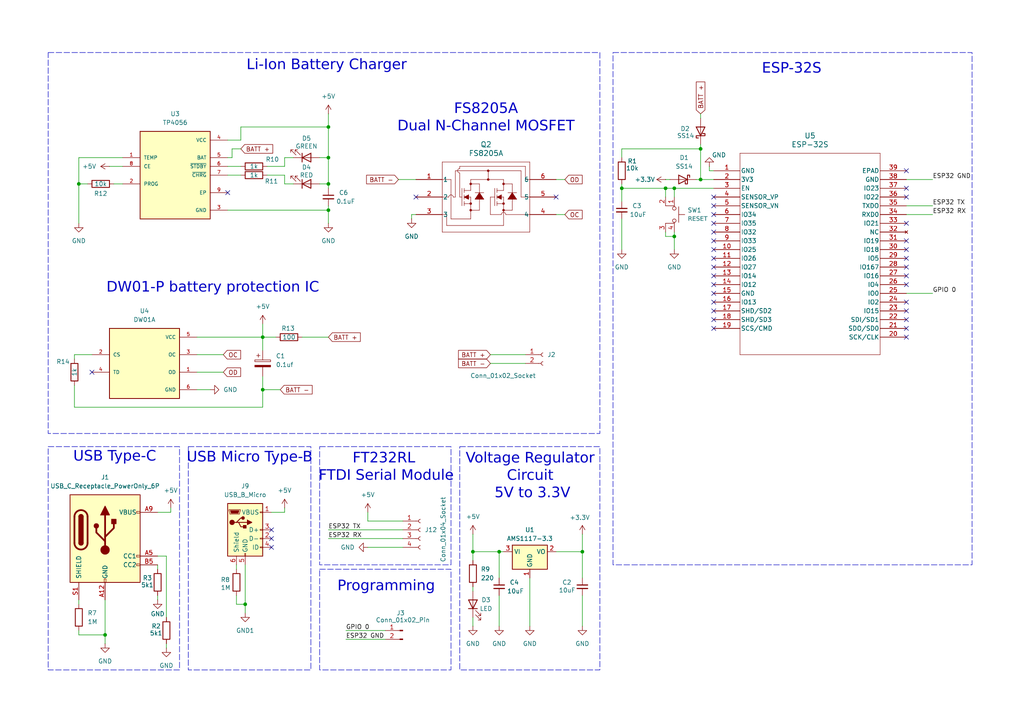
<source format=kicad_sch>
(kicad_sch (version 20231120) (generator "eeschema") (generator_version "8.0")
  (paper "A4")
  (lib_symbols
    (symbol "Connector:Conn_01x02_Pin" (pin_names (offset 1.016) hide)
      (property "Reference" "J" (at 0 2.54 0))
      (property "Value" "Conn_01x02_Pin" (at 0 -5.08 0))
      (symbol "Conn_01x02_Pin_1_1"
        (polyline (pts (xy 1.27 -2.54) (xy 0.8636 -2.54)) (stroke (width 0.1524)))
        (polyline (pts (xy 1.27 0) (xy 0.8636 0)) (stroke (width 0.1524)))
        (rectangle (start 0.8636 -2.413) (end 0 -2.667) (stroke (width 0.1524)) (fill (type outline)))
        (rectangle (start 0.8636 0.127) (end 0 -0.127) (stroke (width 0.1524)) (fill (type outline)))
        (pin passive line (at 5.08 0 180) (length 3.81) (name "Pin_1") (number "1"))
        (pin passive line (at 5.08 -2.54 180) (length 3.81) (name "Pin_2") (number "2"))
      )
    )
    (symbol "Connector:Conn_01x02_Socket" (pin_names (offset 1.016) hide)
      (property "Reference" "J" (at 0 2.54 0))
      (property "Value" "Conn_01x02_Socket" (at 0 -5.08 0))
      (symbol "Conn_01x02_Socket_1_1"
        (arc (start 0 -2.032) (mid -0.5058 -2.54) (end 0 -3.048) (stroke (width 0.1524)))
        (polyline (pts (xy -1.27 -2.54) (xy -0.508 -2.54)) (stroke (width 0.1524)))
        (polyline (pts (xy -1.27 0) (xy -0.508 0)) (stroke (width 0.1524)))
        (arc (start 0 0.508) (mid -0.5058 0) (end 0 -0.508) (stroke (width 0.1524)))
        (pin passive line (at -5.08 0 0) (length 3.81) (name "Pin_1") (number "1"))
        (pin passive line (at -5.08 -2.54 0) (length 3.81) (name "Pin_2") (number "2"))
      )
    )
    (symbol "Connector:Conn_01x04_Socket" (pin_names (offset 1.016) hide)
      (property "Reference" "J" (at 0 5.08 0))
      (property "Value" "Conn_01x04_Socket" (at 0 -7.62 0))
      (symbol "Conn_01x04_Socket_1_1"
        (arc (start 0 -4.572) (mid -0.5058 -5.08) (end 0 -5.588) (stroke (width 0.1524)))
        (arc (start 0 -2.032) (mid -0.5058 -2.54) (end 0 -3.048) (stroke (width 0.1524)))
        (polyline (pts (xy -1.27 -5.08) (xy -0.508 -5.08)) (stroke (width 0.1524)))
        (polyline (pts (xy -1.27 -2.54) (xy -0.508 -2.54)) (stroke (width 0.1524)))
        (polyline (pts (xy -1.27 0) (xy -0.508 0)) (stroke (width 0.1524)))
        (polyline (pts (xy -1.27 2.54) (xy -0.508 2.54)) (stroke (width 0.1524)))
        (arc (start 0 0.508) (mid -0.5058 0) (end 0 -0.508) (stroke (width 0.1524)))
        (arc (start 0 3.048) (mid -0.5058 2.54) (end 0 2.032) (stroke (width 0.1524)))
        (pin passive line (at -5.08 2.54 0) (length 3.81) (name "Pin_1") (number "1"))
        (pin passive line (at -5.08 0 0) (length 3.81) (name "Pin_2") (number "2"))
        (pin passive line (at -5.08 -2.54 0) (length 3.81) (name "Pin_3") (number "3"))
        (pin passive line (at -5.08 -5.08 0) (length 3.81) (name "Pin_4") (number "4"))
      )
    )
    (symbol "Connector:USB_B_Micro" (pin_names (offset 1.016))
      (property "Reference" "J" (at -5.08 11.43 0))
      (property "Value" "USB_B_Micro" (at -5.08 8.89 0))
      (symbol "USB_B_Micro_0_1"
        (rectangle (start -5.08 -7.62) (end 5.08 7.62) (stroke (width 0.254)) (fill (type background)))
        (circle (center -3.81 2.159) (radius 0.635) (stroke (width 0.254)) (fill (type outline)))
        (circle (center -0.635 3.429) (radius 0.381) (stroke (width 0.254)) (fill (type outline)))
        (rectangle (start -0.127 -7.62) (end 0.127 -6.858))
        (polyline (pts (xy -1.905 2.159) (xy 0.635 2.159)) (stroke (width 0.254)))
        (polyline (pts (xy -3.175 2.159) (xy -2.54 2.159) (xy -1.27 3.429) (xy -0.635 3.429)) (stroke (width 0.254)))
        (polyline (pts (xy -2.54 2.159) (xy -1.905 2.159) (xy -1.27 0.889) (xy 0 0.889)) (stroke (width 0.254)))
        (polyline (pts (xy 0.635 2.794) (xy 0.635 1.524) (xy 1.905 2.159) (xy 0.635 2.794)) (stroke (width 0.254)) (fill (type outline)))
        (polyline (pts (xy -4.318 5.588) (xy -1.778 5.588) (xy -2.032 4.826) (xy -4.064 4.826) (xy -4.318 5.588)) (fill (type outline)))
        (polyline (pts (xy -4.699 5.842) (xy -4.699 5.588) (xy -4.445 4.826) (xy -4.445 4.572) (xy -1.651 4.572) (xy -1.651 4.826) (xy -1.397 5.588) (xy -1.397 5.842) (xy -4.699 5.842)))
        (rectangle (start 0.254 1.27) (end -0.508 0.508) (stroke (width 0.254)) (fill (type outline)))
        (rectangle (start 5.08 -5.207) (end 4.318 -4.953))
        (rectangle (start 5.08 -2.667) (end 4.318 -2.413))
        (rectangle (start 5.08 -0.127) (end 4.318 0.127))
        (rectangle (start 5.08 4.953) (end 4.318 5.207))
      )
      (symbol "USB_B_Micro_1_1"
        (pin power_out line (at 7.62 5.08 180) (length 2.54) (name "VBUS") (number "1"))
        (pin bidirectional line (at 7.62 -2.54 180) (length 2.54) (name "D-") (number "2"))
        (pin bidirectional line (at 7.62 0 180) (length 2.54) (name "D+") (number "3"))
        (pin passive line (at 7.62 -5.08 180) (length 2.54) (name "ID") (number "4"))
        (pin power_out line (at 0 -10.16 90) (length 2.54) (name "GND") (number "5"))
        (pin passive line (at -2.54 -10.16 90) (length 2.54) (name "Shield") (number "6"))
      )
    )
    (symbol "Connector:USB_C_Receptacle_PowerOnly_6P" (pin_names (offset 1.016))
      (property "Reference" "J" (at 0 16.51 0))
      (property "Value" "USB_C_Receptacle_PowerOnly_6P" (at 0 13.97 0))
      (symbol "USB_C_Receptacle_PowerOnly_6P_0_0"
        (rectangle (start -0.254 -12.7) (end 0.254 -11.684))
        (rectangle (start 10.16 -7.366) (end 9.144 -7.874))
        (rectangle (start 10.16 -4.826) (end 9.144 -5.334))
        (rectangle (start 10.16 7.874) (end 9.144 7.366))
      )
      (symbol "USB_C_Receptacle_PowerOnly_6P_0_1"
        (rectangle (start -10.16 12.7) (end 10.16 -12.7) (stroke (width 0.254)) (fill (type background)))
        (arc (start -8.89 -1.27) (mid -6.985 -3.1667) (end -5.08 -1.27) (stroke (width 0.508)))
        (arc (start -7.62 -1.27) (mid -6.985 -1.9023) (end -6.35 -1.27) (stroke (width 0.254)))
        (arc (start -7.62 -1.27) (mid -6.985 -1.9023) (end -6.35 -1.27) (stroke (width 0.254)) (fill (type outline)))
        (rectangle (start -7.62 -1.27) (end -6.35 6.35) (stroke (width 0.254)) (fill (type outline)))
        (arc (start -6.35 6.35) (mid -6.985 6.9823) (end -7.62 6.35) (stroke (width 0.254)))
        (arc (start -6.35 6.35) (mid -6.985 6.9823) (end -7.62 6.35) (stroke (width 0.254)) (fill (type outline)))
        (arc (start -5.08 6.35) (mid -6.985 8.2467) (end -8.89 6.35) (stroke (width 0.508)))
        (circle (center -2.54 3.683) (radius 0.635) (stroke (width 0.254)) (fill (type outline)))
        (circle (center 0 -3.302) (radius 1.27) (fill (type outline)))
        (polyline (pts (xy -8.89 -1.27) (xy -8.89 6.35)) (stroke (width 0.508)))
        (polyline (pts (xy -5.08 6.35) (xy -5.08 -1.27)) (stroke (width 0.508)))
        (polyline (pts (xy 0 -3.302) (xy 0 6.858)) (stroke (width 0.508)))
        (polyline (pts (xy 0 -0.762) (xy -2.54 1.778) (xy -2.54 3.048)) (stroke (width 0.508)))
        (polyline (pts (xy 0 0.508) (xy 2.54 3.048) (xy 2.54 4.318)) (stroke (width 0.508)))
        (polyline (pts (xy -1.27 6.858) (xy 0 9.398) (xy 1.27 6.858) (xy -1.27 6.858)) (stroke (width 0.254)) (fill (type outline)))
        (rectangle (start 1.905 4.318) (end 3.175 5.588) (stroke (width 0.254)) (fill (type outline)))
      )
      (symbol "USB_C_Receptacle_PowerOnly_6P_1_1"
        (pin passive line (at 0 -17.78 90) (length 5.08) (name "GND") (number "A12"))
        (pin bidirectional line (at 15.24 -5.08 180) (length 5.08) (name "CC1") (number "A5"))
        (pin passive line (at 15.24 7.62 180) (length 5.08) (name "VBUS") (number "A9"))
        (pin passive line (at 0 -17.78 90) (length 5.08) hide (name "GND") (number "B12"))
        (pin bidirectional line (at 15.24 -7.62 180) (length 5.08) (name "CC2") (number "B5"))
        (pin passive line (at 15.24 7.62 180) (length 5.08) hide (name "VBUS") (number "B9"))
        (pin passive line (at -7.62 -17.78 90) (length 5.08) (name "SHIELD") (number "S1"))
      )
    )
    (symbol "DW01A:DW01A" (pin_names (offset 1.016))
      (property "Reference" "U" (at -10.16 11.43 0))
      (property "Value" "DW01A" (at -10.16 -12.7 0))
      (symbol "DW01A_0_0"
        (rectangle (start -10.16 -10.16) (end 10.16 10.16) (stroke (width 0.254)) (fill (type background)))
        (pin output line (at 15.24 -2.54 180) (length 5.08) (name "OD") (number "1"))
        (pin input line (at -15.24 2.54 0) (length 5.08) (name "CS") (number "2"))
        (pin output line (at 15.24 2.54 180) (length 5.08) (name "OC") (number "3"))
        (pin passive line (at -15.24 -2.54 0) (length 5.08) (name "TD") (number "4"))
        (pin power_in line (at 15.24 7.62 180) (length 5.08) (name "VCC") (number "5"))
        (pin power_in line (at 15.24 -7.62 180) (length 5.08) (name "GND") (number "6"))
      )
    )
    (symbol "Device:C_Polarized" (pin_numbers hide) (pin_names (offset 0.254))
      (property "Reference" "C" (at 0.635 2.54 0))
      (property "Value" "C_Polarized" (at 0.635 -2.54 0))
      (symbol "C_Polarized_0_1"
        (rectangle (start -2.286 0.508) (end 2.286 1.016))
        (polyline (pts (xy -1.778 2.286) (xy -0.762 2.286)))
        (polyline (pts (xy -1.27 2.794) (xy -1.27 1.778)))
        (rectangle (start 2.286 -0.508) (end -2.286 -1.016) (fill (type outline)))
      )
      (symbol "C_Polarized_1_1"
        (pin passive line (at 0 3.81 270) (length 2.794) (name "~") (number "1"))
        (pin passive line (at 0 -3.81 90) (length 2.794) (name "~") (number "2"))
      )
    )
    (symbol "Device:C_Small" (pin_numbers hide) (pin_names (offset 0.254) hide)
      (property "Reference" "C" (at 0.254 1.778 0))
      (property "Value" "C_Small" (at 0.254 -2.032 0))
      (symbol "C_Small_0_1"
        (polyline (pts (xy -1.524 -0.508) (xy 1.524 -0.508)) (stroke (width 0.3302)))
        (polyline (pts (xy -1.524 0.508) (xy 1.524 0.508)) (stroke (width 0.3048)))
      )
      (symbol "C_Small_1_1"
        (pin passive line (at 0 2.54 270) (length 2.032) (name "~") (number "1"))
        (pin passive line (at 0 -2.54 90) (length 2.032) (name "~") (number "2"))
      )
    )
    (symbol "Device:LED" (pin_numbers hide) (pin_names (offset 1.016) hide)
      (property "Reference" "D" (at 0 2.54 0))
      (property "Value" "LED" (at 0 -2.54 0))
      (symbol "LED_0_1"
        (polyline (pts (xy -1.27 -1.27) (xy -1.27 1.27)) (stroke (width 0.254)))
        (polyline (pts (xy -1.27 0) (xy 1.27 0)))
        (polyline (pts (xy 1.27 -1.27) (xy 1.27 1.27) (xy -1.27 0) (xy 1.27 -1.27)) (stroke (width 0.254)))
        (polyline (pts (xy -3.048 -0.762) (xy -4.572 -2.286) (xy -3.81 -2.286) (xy -4.572 -2.286) (xy -4.572 -1.524)))
        (polyline (pts (xy -1.778 -0.762) (xy -3.302 -2.286) (xy -2.54 -2.286) (xy -3.302 -2.286) (xy -3.302 -1.524)))
      )
      (symbol "LED_1_1"
        (pin passive line (at -3.81 0 0) (length 2.54) (name "K") (number "1"))
        (pin passive line (at 3.81 0 180) (length 2.54) (name "A") (number "2"))
      )
    )
    (symbol "Device:R" (pin_numbers hide) (pin_names (offset 0))
      (property "Reference" "R" (at 2.032 0 90))
      (property "Value" "R" (at 0 0 90))
      (symbol "R_0_1"
        (rectangle (start -1.016 -2.54) (end 1.016 2.54) (stroke (width 0.254)))
      )
      (symbol "R_1_1"
        (pin passive line (at 0 3.81 270) (length 1.27) (name "~") (number "1"))
        (pin passive line (at 0 -3.81 90) (length 1.27) (name "~") (number "2"))
      )
    )
    (symbol "Diode:SS14" (pin_numbers hide) (pin_names (offset 1.016) hide)
      (property "Reference" "D" (at 0 2.54 0))
      (property "Value" "SS14" (at 0 -2.54 0))
      (symbol "SS14_0_1"
        (polyline (pts (xy 1.27 0) (xy -1.27 0)))
        (polyline (pts (xy 1.27 1.27) (xy 1.27 -1.27) (xy -1.27 0) (xy 1.27 1.27)) (stroke (width 0.254)))
        (polyline (pts (xy -1.905 0.635) (xy -1.905 1.27) (xy -1.27 1.27) (xy -1.27 -1.27) (xy -0.635 -1.27) (xy -0.635 -0.635)) (stroke (width 0.254)))
      )
      (symbol "SS14_1_1"
        (pin passive line (at -3.81 0 0) (length 2.54) (name "K") (number "1"))
        (pin passive line (at 3.81 0 180) (length 2.54) (name "A") (number "2"))
      )
    )
    (symbol "Regulator_Linear:AMS1117-3.3"
      (property "Reference" "U" (at -3.81 3.175 0))
      (property "Value" "AMS1117-3.3" (at 0 3.175 0))
      (symbol "AMS1117-3.3_0_1"
        (rectangle (start -5.08 -5.08) (end 5.08 1.905) (stroke (width 0.254)) (fill (type background)))
      )
      (symbol "AMS1117-3.3_1_1"
        (pin power_in line (at 0 -7.62 90) (length 2.54) (name "GND") (number "1"))
        (pin power_out line (at 7.62 0 180) (length 2.54) (name "VO") (number "2"))
        (pin power_in line (at -7.62 0 0) (length 2.54) (name "VI") (number "3"))
      )
    )
    (symbol "Switch:SW_MEC_5E" (pin_names (offset 1.016) hide)
      (property "Reference" "SW" (at 0.635 5.715 0))
      (property "Value" "SW_MEC_5E" (at 0 -3.175 0))
      (symbol "SW_MEC_5E_0_1"
        (circle (center -1.778 2.54) (radius 0.508))
        (polyline (pts (xy -2.286 3.81) (xy 2.286 3.81)))
        (polyline (pts (xy 0 3.81) (xy 0 5.588)))
        (polyline (pts (xy -2.54 0) (xy -2.54 2.54) (xy -2.286 2.54)))
        (polyline (pts (xy 2.54 0) (xy 2.54 2.54) (xy 2.286 2.54)))
        (circle (center 1.778 2.54) (radius 0.508))
        (pin passive line (at -5.08 2.54 0) (length 2.54) (name "1") (number "1"))
        (pin passive line (at -5.08 0 0) (length 2.54) (name "2") (number "2"))
        (pin passive line (at 5.08 0 180) (length 2.54) (name "K") (number "3"))
        (pin passive line (at 5.08 2.54 180) (length 2.54) (name "A") (number "4"))
      )
    )
    (symbol "TP4056:TP4056" (pin_names (offset 1.016))
      (property "Reference" "U" (at -10.16 13.208 0))
      (property "Value" "TP4056" (at -10.16 -15.24 0))
      (symbol "TP4056_0_0"
        (rectangle (start -10.16 -12.7) (end 10.16 12.7) (stroke (width 0.254)) (fill (type background)))
        (pin input line (at -15.24 5.08 0) (length 5.08) (name "TEMP") (number "1"))
        (pin bidirectional line (at -15.24 -2.54 0) (length 5.08) (name "PROG") (number "2"))
        (pin power_in line (at 15.24 -10.16 180) (length 5.08) (name "GND") (number "3"))
        (pin power_in line (at 15.24 10.16 180) (length 5.08) (name "VCC") (number "4"))
        (pin output line (at 15.24 5.08 180) (length 5.08) (name "BAT") (number "5"))
        (pin output line (at 15.24 2.54 180) (length 5.08) (name "~{STDBY}") (number "6"))
        (pin output line (at 15.24 0 180) (length 5.08) (name "~{CHRG}") (number "7"))
        (pin input line (at -15.24 2.54 0) (length 5.08) (name "CE") (number "8"))
        (pin passive line (at 15.24 -5.08 180) (length 5.08) (name "EP") (number "9"))
      )
    )
    (symbol "power:GND" (power) (pin_numbers hide) (pin_names (offset 0) hide)
      (property "Value" "GND" (at 0 -3.81 0))
      (symbol "GND_0_1"
        (polyline (pts (xy 0 0) (xy 0 -1.27) (xy 1.27 -1.27) (xy 0 -2.54) (xy -1.27 -1.27) (xy 0 -1.27)))
      )
      (symbol "GND_1_1"
        (pin power_in line (at 0 0 270) (length 0) (name "~") (number "1"))
      )
    )
    (symbol "power:GND1" (power) (pin_numbers hide) (pin_names (offset 0) hide)
      (property "Value" "GND1" (at 0 -3.81 0))
      (symbol "GND1_0_1"
        (polyline (pts (xy 0 0) (xy 0 -1.27) (xy 1.27 -1.27) (xy 0 -2.54) (xy -1.27 -1.27) (xy 0 -1.27)))
      )
      (symbol "GND1_1_1"
        (pin power_in line (at 0 0 270) (length 0) (name "~") (number "1"))
      )
    )
    (symbol "power:VCC" (power) (pin_numbers hide) (pin_names (offset 0) hide)
      (property "Value" "VCC" (at 0 3.556 0))
      (symbol "VCC_0_1"
        (polyline (pts (xy -0.762 1.27) (xy 0 2.54)))
        (polyline (pts (xy 0 0) (xy 0 2.54)))
        (polyline (pts (xy 0 2.54) (xy 0.762 1.27)))
      )
      (symbol "VCC_1_1"
        (pin power_in line (at 0 0 90) (length 0) (name "~") (number "1"))
      )
    )
    (symbol "ul_ESP-32S:ESP-32S" (pin_names (offset 0.254))
      (property "Reference" "U" (at 27.94 10.16 0))
      (property "Value" "ESP-32S" (at 27.94 7.62 0))
      (symbol "ESP-32S_0_1"
        (polyline (pts (xy 7.62 -53.34) (xy 48.26 -53.34)) (stroke (width 0.127)))
        (polyline (pts (xy 7.62 5.08) (xy 7.62 -53.34)) (stroke (width 0.127)))
        (polyline (pts (xy 48.26 -53.34) (xy 48.26 5.08)) (stroke (width 0.127)))
        (polyline (pts (xy 48.26 5.08) (xy 7.62 5.08)) (stroke (width 0.127)))
        (pin power_out line (at 0 0 0) (length 7.62) (name "GND") (number "1"))
        (pin bidirectional line (at 0 -22.86 0) (length 7.62) (name "IO25") (number "10"))
        (pin bidirectional line (at 0 -25.4 0) (length 7.62) (name "IO26") (number "11"))
        (pin bidirectional line (at 0 -27.94 0) (length 7.62) (name "IO27") (number "12"))
        (pin bidirectional line (at 0 -30.48 0) (length 7.62) (name "IO14") (number "13"))
        (pin bidirectional line (at 0 -33.02 0) (length 7.62) (name "IO12") (number "14"))
        (pin power_out line (at 0 -35.56 0) (length 7.62) (name "GND") (number "15"))
        (pin bidirectional line (at 0 -38.1 0) (length 7.62) (name "IO13") (number "16"))
        (pin bidirectional line (at 0 -40.64 0) (length 7.62) (name "SHD/SD2") (number "17"))
        (pin bidirectional line (at 0 -43.18 0) (length 7.62) (name "SHD/SD3") (number "18"))
        (pin bidirectional line (at 0 -45.72 0) (length 7.62) (name "SCS/CMD") (number "19"))
        (pin power_in line (at 0 -2.54 0) (length 7.62) (name "3V3") (number "2"))
        (pin bidirectional line (at 55.88 -48.26 180) (length 7.62) (name "SCK/CLK") (number "20"))
        (pin bidirectional line (at 55.88 -45.72 180) (length 7.62) (name "SDO/SD0") (number "21"))
        (pin bidirectional line (at 55.88 -43.18 180) (length 7.62) (name "SDI/SD1") (number "22"))
        (pin bidirectional line (at 55.88 -40.64 180) (length 7.62) (name "IO15") (number "23"))
        (pin bidirectional line (at 55.88 -38.1 180) (length 7.62) (name "IO2") (number "24"))
        (pin bidirectional line (at 55.88 -35.56 180) (length 7.62) (name "IO0") (number "25"))
        (pin bidirectional line (at 55.88 -33.02 180) (length 7.62) (name "IO4") (number "26"))
        (pin bidirectional line (at 55.88 -30.48 180) (length 7.62) (name "IO16") (number "27"))
        (pin bidirectional line (at 55.88 -27.94 180) (length 7.62) (name "IO167") (number "28"))
        (pin bidirectional line (at 55.88 -25.4 180) (length 7.62) (name "IO5") (number "29"))
        (pin input line (at 0 -5.08 0) (length 7.62) (name "EN") (number "3"))
        (pin bidirectional line (at 55.88 -22.86 180) (length 7.62) (name "IO18") (number "30"))
        (pin bidirectional line (at 55.88 -20.32 180) (length 7.62) (name "IO19") (number "31"))
        (pin no_connect line (at 55.88 -17.78 180) (length 7.62) (name "NC") (number "32"))
        (pin bidirectional line (at 55.88 -15.24 180) (length 7.62) (name "IO21") (number "33"))
        (pin bidirectional line (at 55.88 -12.7 180) (length 7.62) (name "RXD0") (number "34"))
        (pin bidirectional line (at 55.88 -10.16 180) (length 7.62) (name "TXDO") (number "35"))
        (pin bidirectional line (at 55.88 -7.62 180) (length 7.62) (name "IO22") (number "36"))
        (pin bidirectional line (at 55.88 -5.08 180) (length 7.62) (name "IO23") (number "37"))
        (pin power_out line (at 55.88 -2.54 180) (length 7.62) (name "GND") (number "38"))
        (pin power_out line (at 55.88 0 180) (length 7.62) (name "EPAD") (number "39"))
        (pin bidirectional line (at 0 -7.62 0) (length 7.62) (name "SENSOR_VP") (number "4"))
        (pin bidirectional line (at 0 -10.16 0) (length 7.62) (name "SENSOR_VN") (number "5"))
        (pin bidirectional line (at 0 -12.7 0) (length 7.62) (name "IO34") (number "6"))
        (pin bidirectional line (at 0 -15.24 0) (length 7.62) (name "IO35") (number "7"))
        (pin bidirectional line (at 0 -17.78 0) (length 7.62) (name "IO32") (number "8"))
        (pin bidirectional line (at 0 -20.32 0) (length 7.62) (name "IO33") (number "9"))
      )
    )
    (symbol "ul_FS8205A:FS8205A" (pin_names (offset 0.254))
      (property "Reference" "Q" (at 20.32 10.16 0))
      (property "Value" "FS8205A" (at 20.32 7.62 0))
      (symbol "FS8205A_0_1"
        (polyline (pts (xy 7.62 -15.24) (xy 33.02 -15.24)) (stroke (width 0.127)))
        (polyline (pts (xy 7.62 -10.16) (xy 8.89 -10.16)) (stroke (width 0.127)))
        (polyline (pts (xy 7.62 -5.08) (xy 9.525 -5.08)) (stroke (width 0.127)))
        (polyline (pts (xy 7.62 0) (xy 10.16 0)) (stroke (width 0.127)))
        (polyline (pts (xy 7.62 5.08) (xy 7.62 -15.24)) (stroke (width 0.127)))
        (polyline (pts (xy 8.89 -13.335) (xy 8.89 -10.16)) (stroke (width 0.127)))
        (polyline (pts (xy 8.89 -13.335) (xy 25.4 -13.335)) (stroke (width 0.127)))
        (polyline (pts (xy 10.16 -11.43) (xy 15.875 -11.43)) (stroke (width 0.127)))
        (polyline (pts (xy 10.16 0) (xy 10.16 -11.43)) (stroke (width 0.127)))
        (polyline (pts (xy 10.795 -5.08) (xy 11.43 -5.08)) (stroke (width 0.127)))
        (polyline (pts (xy 11.43 -5.08) (xy 11.43 2.54)) (stroke (width 0.127)))
        (polyline (pts (xy 11.43 2.54) (xy 30.48 2.54)) (stroke (width 0.127)))
        (polyline (pts (xy 12.7 -5.08) (xy 13.335 -5.08)) (stroke (width 0.127)))
        (polyline (pts (xy 12.7 1.905) (xy 12.7 -5.08)) (stroke (width 0.127)))
        (polyline (pts (xy 12.7 3.81) (xy 12.7 3.175)) (stroke (width 0.127)))
        (polyline (pts (xy 13.335 -2.54) (xy 13.335 -7.62)) (stroke (width 0.127)))
        (polyline (pts (xy 13.97 -6.985) (xy 15.875 -6.985)) (stroke (width 0.127)))
        (polyline (pts (xy 13.97 -6.35) (xy 13.97 -7.62)) (stroke (width 0.127)))
        (polyline (pts (xy 13.97 -5.08) (xy 15.24 -4.445)) (stroke (width 0.127)))
        (polyline (pts (xy 13.97 -5.08) (xy 15.875 -5.08)) (stroke (width 0.127)))
        (polyline (pts (xy 13.97 -4.445) (xy 13.97 -5.715)) (stroke (width 0.127)))
        (polyline (pts (xy 13.97 -3.175) (xy 15.875 -3.175)) (stroke (width 0.127)))
        (polyline (pts (xy 13.97 -2.54) (xy 13.97 -3.81)) (stroke (width 0.127)))
        (polyline (pts (xy 15.24 -5.715) (xy 13.97 -5.08)) (stroke (width 0.127)))
        (polyline (pts (xy 15.24 -4.445) (xy 15.24 -5.715)) (stroke (width 0.127)))
        (polyline (pts (xy 15.875 -5.08) (xy 15.875 -11.43)) (stroke (width 0.127)))
        (polyline (pts (xy 15.875 -1.27) (xy 18.415 -1.27)) (stroke (width 0.127)))
        (polyline (pts (xy 15.875 0) (xy 15.875 -3.175)) (stroke (width 0.127)))
        (polyline (pts (xy 17.145 -5.715) (xy 19.685 -5.715)) (stroke (width 0.127)))
        (polyline (pts (xy 17.145 -3.81) (xy 19.685 -3.81)) (stroke (width 0.127)))
        (polyline (pts (xy 18.415 -8.89) (xy 15.875 -8.89)) (stroke (width 0.127)))
        (polyline (pts (xy 18.415 -3.81) (xy 17.145 -5.715)) (stroke (width 0.127)))
        (polyline (pts (xy 18.415 -3.81) (xy 19.685 -5.715)) (stroke (width 0.127)))
        (polyline (pts (xy 18.415 -1.27) (xy 18.415 -8.89)) (stroke (width 0.127)))
        (polyline (pts (xy 20.955 0) (xy 20.955 2.54)) (stroke (width 0.127)))
        (polyline (pts (xy 21.59 -10.16) (xy 21.59 -5.08)) (stroke (width 0.127)))
        (polyline (pts (xy 21.59 -10.16) (xy 24.765 -10.16)) (stroke (width 0.127)))
        (polyline (pts (xy 21.59 -5.08) (xy 22.86 -5.08)) (stroke (width 0.127)))
        (polyline (pts (xy 22.86 -2.54) (xy 22.86 -7.62)) (stroke (width 0.127)))
        (polyline (pts (xy 23.495 -6.985) (xy 25.4 -6.985)) (stroke (width 0.127)))
        (polyline (pts (xy 23.495 -6.35) (xy 23.495 -7.62)) (stroke (width 0.127)))
        (polyline (pts (xy 23.495 -5.08) (xy 24.765 -4.445)) (stroke (width 0.127)))
        (polyline (pts (xy 23.495 -5.08) (xy 25.4 -5.08)) (stroke (width 0.127)))
        (polyline (pts (xy 23.495 -4.445) (xy 23.495 -5.715)) (stroke (width 0.127)))
        (polyline (pts (xy 23.495 -3.175) (xy 25.4 -3.175)) (stroke (width 0.127)))
        (polyline (pts (xy 23.495 -2.54) (xy 23.495 -3.81)) (stroke (width 0.127)))
        (polyline (pts (xy 24.765 -5.715) (xy 23.495 -5.08)) (stroke (width 0.127)))
        (polyline (pts (xy 24.765 -4.445) (xy 24.765 -5.715)) (stroke (width 0.127)))
        (polyline (pts (xy 25.4 -5.08) (xy 25.4 -13.335)) (stroke (width 0.127)))
        (polyline (pts (xy 25.4 -1.27) (xy 27.94 -1.27)) (stroke (width 0.127)))
        (polyline (pts (xy 25.4 0) (xy 15.875 0)) (stroke (width 0.127)))
        (polyline (pts (xy 25.4 0) (xy 25.4 -3.175)) (stroke (width 0.127)))
        (polyline (pts (xy 26.67 -5.715) (xy 29.21 -5.715)) (stroke (width 0.127)))
        (polyline (pts (xy 26.67 -3.81) (xy 29.21 -3.81)) (stroke (width 0.127)))
        (polyline (pts (xy 27.94 -8.89) (xy 25.4 -8.89)) (stroke (width 0.127)))
        (polyline (pts (xy 27.94 -3.81) (xy 26.67 -5.715)) (stroke (width 0.127)))
        (polyline (pts (xy 27.94 -3.81) (xy 29.21 -5.715)) (stroke (width 0.127)))
        (polyline (pts (xy 27.94 -1.27) (xy 27.94 -8.89)) (stroke (width 0.127)))
        (polyline (pts (xy 30.48 -5.08) (xy 33.02 -5.08)) (stroke (width 0.127)))
        (polyline (pts (xy 30.48 2.54) (xy 30.48 -5.08)) (stroke (width 0.127)))
        (polyline (pts (xy 31.75 3.81) (xy 12.7 3.81)) (stroke (width 0.127)))
        (polyline (pts (xy 31.75 3.81) (xy 31.75 0)) (stroke (width 0.127)))
        (polyline (pts (xy 33.02 -15.24) (xy 33.02 5.08)) (stroke (width 0.127)))
        (polyline (pts (xy 33.02 -10.16) (xy 26.035 -10.16)) (stroke (width 0.127)))
        (polyline (pts (xy 33.02 0) (xy 31.75 0)) (stroke (width 0.127)))
        (polyline (pts (xy 33.02 5.08) (xy 7.62 5.08)) (stroke (width 0.127)))
        (polyline (pts (xy 13.97 -5.08) (xy 15.24 -5.715) (xy 15.24 -4.445)) (fill (type outline)))
        (polyline (pts (xy 18.415 -3.81) (xy 17.145 -5.715) (xy 19.685 -5.715)) (fill (type outline)))
        (polyline (pts (xy 23.495 -5.08) (xy 24.765 -5.715) (xy 24.765 -4.445)) (fill (type outline)))
        (polyline (pts (xy 27.94 -3.81) (xy 26.67 -5.715) (xy 29.21 -5.715)) (fill (type outline)))
        (arc (start 10.795 -5.08) (mid 10.16 -4.4477) (end 9.525 -5.08) (stroke (width 0.127)))
        (arc (start 12.7 3.175) (mid 12.0677 2.54) (end 12.7 1.905) (stroke (width 0.127)))
        (circle (center 15.875 -8.89) (radius 0.2032) (stroke (width 0.3048)))
        (circle (center 15.875 -6.985) (radius 0.2032) (stroke (width 0.3048)))
        (circle (center 15.875 -1.27) (radius 0.2032) (stroke (width 0.3048)))
        (circle (center 20.955 0) (radius 0.2032) (stroke (width 0.3048)))
        (circle (center 20.955 2.54) (radius 0.2032) (stroke (width 0.3048)))
        (circle (center 25.4 -8.89) (radius 0.2032) (stroke (width 0.3048)))
        (circle (center 25.4 -6.985) (radius 0.2032) (stroke (width 0.3048)))
        (circle (center 25.4 -1.27) (radius 0.2032) (stroke (width 0.3048)))
        (arc (start 26.035 -10.16) (mid 25.4 -9.5277) (end 24.765 -10.16) (stroke (width 0.127)))
        (pin unspecified line (at 0 0 0) (length 7.62) (name "1") (number "1"))
        (pin unspecified line (at 0 -5.08 0) (length 7.62) (name "2") (number "2"))
        (pin unspecified line (at 0 -10.16 0) (length 7.62) (name "3") (number "3"))
        (pin unspecified line (at 40.64 -10.16 180) (length 7.62) (name "4") (number "4"))
        (pin unspecified line (at 40.64 -5.08 180) (length 7.62) (name "5") (number "5"))
        (pin unspecified line (at 40.64 0 180) (length 7.62) (name "6") (number "6"))
      )
    )
  )
  (junction (at 95.25 60.96))
  (junction (at 76.2 113.03))
  (junction (at 22.86 53.34))
  (junction (at 203.2 52.07))
  (junction (at 30.48 184.15))
  (junction (at 95.25 45.72))
  (junction (at 76.2 97.79))
  (junction (at 195.58 68.58))
  (junction (at 95.25 36.83))
  (junction (at 95.25 53.34))
  (junction (at 180.34 54.61))
  (junction (at 137.16 160.02))
  (junction (at 203.2 43.18))
  (junction (at 195.58 54.61))
  (junction (at 71.12 175.26))
  (junction (at 193.04 54.61))
  (junction (at 168.91 160.02))
  (junction (at 144.78 160.02))
  (no_connect (at 262.89 49.53))
  (no_connect (at 207.01 90.17))
  (no_connect (at 262.89 97.79))
  (no_connect (at 262.89 64.77))
  (no_connect (at 207.01 77.47))
  (no_connect (at 207.01 69.85))
  (no_connect (at 207.01 57.15))
  (no_connect (at 207.01 92.71))
  (no_connect (at 262.89 69.85))
  (no_connect (at 262.89 80.01))
  (no_connect (at 207.01 67.31))
  (no_connect (at 161.29 57.15))
  (no_connect (at 78.74 153.67))
  (no_connect (at 207.01 85.09))
  (no_connect (at 120.65 57.15))
  (no_connect (at 262.89 77.47))
  (no_connect (at 262.89 92.71))
  (no_connect (at 262.89 72.39))
  (no_connect (at 207.01 74.93))
  (no_connect (at 207.01 82.55))
  (no_connect (at 262.89 54.61))
  (no_connect (at 66.04 55.88))
  (no_connect (at 207.01 59.69))
  (no_connect (at 262.89 57.15))
  (no_connect (at 207.01 80.01))
  (no_connect (at 207.01 72.39))
  (no_connect (at 78.74 158.75))
  (no_connect (at 26.67 107.95))
  (no_connect (at 262.89 87.63))
  (no_connect (at 262.89 82.55))
  (no_connect (at 207.01 87.63))
  (no_connect (at 262.89 74.93))
  (no_connect (at 78.74 156.21))
  (no_connect (at 207.01 95.25))
  (no_connect (at 262.89 90.17))
  (no_connect (at 207.01 64.77))
  (no_connect (at 262.89 95.25))
  (no_connect (at 207.01 62.23))
  (wire (pts (xy 66.04 60.96) (xy 95.25 60.96)))
  (wire (pts (xy 205.74 48.26) (xy 205.74 49.53)))
  (wire (pts (xy 195.58 68.58) (xy 195.58 72.39)))
  (wire (pts (xy 22.86 173.99) (xy 22.86 175.26)))
  (wire (pts (xy 57.15 113.03) (xy 60.96 113.03)))
  (wire (pts (xy 45.72 172.72) (xy 45.72 173.99)))
  (wire (pts (xy 82.55 53.34) (xy 82.55 50.8)))
  (wire (pts (xy 193.04 67.31) (xy 193.04 68.58)))
  (wire (pts (xy 262.89 85.09) (xy 270.51 85.09)))
  (wire (pts (xy 180.34 53.34) (xy 180.34 54.61)))
  (wire (pts (xy 95.25 156.21) (xy 116.84 156.21)))
  (wire (pts (xy 144.78 160.02) (xy 146.05 160.02)))
  (wire (pts (xy 92.71 53.34) (xy 95.25 53.34)))
  (wire (pts (xy 116.84 158.75) (xy 106.68 158.75)))
  (wire (pts (xy 142.24 102.87) (xy 152.4 102.87)))
  (wire (pts (xy 78.74 148.59) (xy 82.55 148.59)))
  (wire (pts (xy 45.72 148.59) (xy 49.53 148.59)))
  (wire (pts (xy 100.33 185.42) (xy 111.76 185.42)))
  (wire (pts (xy 82.55 48.26) (xy 77.47 48.26)))
  (wire (pts (xy 68.58 163.83) (xy 68.58 165.1)))
  (wire (pts (xy 22.86 45.72) (xy 22.86 53.34)))
  (wire (pts (xy 22.86 53.34) (xy 22.86 64.77)))
  (wire (pts (xy 205.74 49.53) (xy 207.01 49.53)))
  (wire (pts (xy 87.63 97.79) (xy 95.25 97.79)))
  (wire (pts (xy 57.15 107.95) (xy 64.77 107.95)))
  (wire (pts (xy 180.34 54.61) (xy 180.34 58.42)))
  (wire (pts (xy 30.48 173.99) (xy 30.48 184.15)))
  (wire (pts (xy 193.04 54.61) (xy 193.04 57.15)))
  (wire (pts (xy 180.34 43.18) (xy 180.34 45.72)))
  (wire (pts (xy 120.65 62.23) (xy 119.38 62.23)))
  (wire (pts (xy 26.67 102.87) (xy 21.59 102.87)))
  (wire (pts (xy 203.2 41.91) (xy 203.2 43.18)))
  (wire (pts (xy 22.86 182.88) (xy 22.86 184.15)))
  (wire (pts (xy 57.15 97.79) (xy 76.2 97.79)))
  (wire (pts (xy 76.2 113.03) (xy 76.2 109.22)))
  (wire (pts (xy 22.86 184.15) (xy 30.48 184.15)))
  (wire (pts (xy 193.04 68.58) (xy 195.58 68.58)))
  (wire (pts (xy 203.2 43.18) (xy 203.2 52.07)))
  (wire (pts (xy 48.26 161.29) (xy 45.72 161.29)))
  (wire (pts (xy 168.91 154.94) (xy 168.91 160.02)))
  (wire (pts (xy 137.16 170.18) (xy 137.16 171.45)))
  (wire (pts (xy 142.24 105.41) (xy 152.4 105.41)))
  (wire (pts (xy 180.34 54.61) (xy 193.04 54.61)))
  (wire (pts (xy 35.56 45.72) (xy 22.86 45.72)))
  (wire (pts (xy 153.67 167.64) (xy 153.67 181.61)))
  (wire (pts (xy 116.84 151.13) (xy 106.68 151.13)))
  (wire (pts (xy 95.25 60.96) (xy 95.25 64.77)))
  (wire (pts (xy 262.89 52.07) (xy 270.51 52.07)))
  (wire (pts (xy 137.16 154.94) (xy 137.16 160.02)))
  (wire (pts (xy 180.34 43.18) (xy 203.2 43.18)))
  (wire (pts (xy 67.31 43.18) (xy 67.31 45.72)))
  (wire (pts (xy 195.58 67.31) (xy 195.58 68.58)))
  (wire (pts (xy 21.59 118.11) (xy 76.2 118.11)))
  (wire (pts (xy 95.25 36.83) (xy 95.25 33.02)))
  (wire (pts (xy 144.78 160.02) (xy 144.78 167.64)))
  (wire (pts (xy 31.75 48.26) (xy 35.56 48.26)))
  (wire (pts (xy 49.53 148.59) (xy 49.53 147.32)))
  (wire (pts (xy 95.25 153.67) (xy 116.84 153.67)))
  (wire (pts (xy 69.85 40.64) (xy 66.04 40.64)))
  (wire (pts (xy 67.31 45.72) (xy 66.04 45.72)))
  (wire (pts (xy 85.09 53.34) (xy 82.55 53.34)))
  (wire (pts (xy 25.4 53.34) (xy 22.86 53.34)))
  (wire (pts (xy 180.34 63.5) (xy 180.34 72.39)))
  (wire (pts (xy 85.09 45.72) (xy 82.55 45.72)))
  (wire (pts (xy 168.91 172.72) (xy 168.91 181.61)))
  (wire (pts (xy 48.26 179.07) (xy 48.26 161.29)))
  (wire (pts (xy 161.29 52.07) (xy 163.83 52.07)))
  (wire (pts (xy 95.25 53.34) (xy 95.25 54.61)))
  (wire (pts (xy 82.55 148.59) (xy 82.55 147.32)))
  (wire (pts (xy 76.2 118.11) (xy 76.2 113.03)))
  (wire (pts (xy 203.2 33.02) (xy 203.2 34.29)))
  (wire (pts (xy 195.58 54.61) (xy 207.01 54.61)))
  (wire (pts (xy 71.12 177.8) (xy 71.12 175.26)))
  (wire (pts (xy 21.59 111.76) (xy 21.59 118.11)))
  (wire (pts (xy 66.04 50.8) (xy 69.85 50.8)))
  (wire (pts (xy 68.58 172.72) (xy 68.58 175.26)))
  (wire (pts (xy 137.16 160.02) (xy 144.78 160.02)))
  (wire (pts (xy 161.29 160.02) (xy 168.91 160.02)))
  (wire (pts (xy 45.72 163.83) (xy 45.72 165.1)))
  (wire (pts (xy 193.04 54.61) (xy 195.58 54.61)))
  (wire (pts (xy 76.2 97.79) (xy 76.2 101.6)))
  (wire (pts (xy 193.04 52.07) (xy 194.31 52.07)))
  (wire (pts (xy 262.89 59.69) (xy 270.51 59.69)))
  (wire (pts (xy 161.29 62.23) (xy 163.83 62.23)))
  (wire (pts (xy 195.58 54.61) (xy 195.58 57.15)))
  (wire (pts (xy 100.33 182.88) (xy 111.76 182.88)))
  (wire (pts (xy 21.59 102.87) (xy 21.59 104.14)))
  (wire (pts (xy 81.28 113.03) (xy 76.2 113.03)))
  (wire (pts (xy 67.31 43.18) (xy 69.85 43.18)))
  (wire (pts (xy 71.12 175.26) (xy 71.12 163.83)))
  (wire (pts (xy 203.2 52.07) (xy 207.01 52.07)))
  (wire (pts (xy 201.93 52.07) (xy 203.2 52.07)))
  (wire (pts (xy 68.58 175.26) (xy 71.12 175.26)))
  (wire (pts (xy 168.91 160.02) (xy 168.91 167.64)))
  (wire (pts (xy 33.02 53.34) (xy 35.56 53.34)))
  (wire (pts (xy 57.15 102.87) (xy 64.77 102.87)))
  (wire (pts (xy 77.47 50.8) (xy 82.55 50.8)))
  (wire (pts (xy 137.16 179.07) (xy 137.16 181.61)))
  (wire (pts (xy 69.85 36.83) (xy 95.25 36.83)))
  (wire (pts (xy 95.25 59.69) (xy 95.25 60.96)))
  (wire (pts (xy 137.16 160.02) (xy 137.16 162.56)))
  (wire (pts (xy 95.25 53.34) (xy 95.25 45.72)))
  (wire (pts (xy 92.71 45.72) (xy 95.25 45.72)))
  (wire (pts (xy 66.04 48.26) (xy 69.85 48.26)))
  (wire (pts (xy 144.78 172.72) (xy 144.78 181.61)))
  (wire (pts (xy 262.89 62.23) (xy 270.51 62.23)))
  (wire (pts (xy 76.2 93.98) (xy 76.2 97.79)))
  (wire (pts (xy 48.26 186.69) (xy 48.26 187.96)))
  (wire (pts (xy 82.55 45.72) (xy 82.55 48.26)))
  (wire (pts (xy 30.48 184.15) (xy 30.48 186.69)))
  (wire (pts (xy 95.25 45.72) (xy 95.25 36.83)))
  (wire (pts (xy 69.85 36.83) (xy 69.85 40.64)))
  (wire (pts (xy 119.38 62.23) (xy 119.38 63.5)))
  (wire (pts (xy 115.57 52.07) (xy 120.65 52.07)))
  (wire (pts (xy 76.2 97.79) (xy 80.01 97.79)))
  (wire (pts (xy 106.68 151.13) (xy 106.68 148.59)))
  (rectangle (start 13.97 129.54) (end 52.07 194.31) (stroke (width 0) (type dash)))
  (rectangle (start 13.97 15.24) (end 173.99 125.73) (stroke (width 0) (type dash)))
  (rectangle (start 54.61 129.54) (end 90.17 194.31) (stroke (width 0) (type dash)))
  (rectangle (start 177.8 15.24) (end 281.94 163.83) (stroke (width 0) (type dash)))
  (rectangle (start 92.71 165.1) (end 130.81 194.31) (stroke (width 0) (type dash)))
  (rectangle (start 133.35 129.54) (end 173.99 194.31) (stroke (width 0) (type dash)))
  (rectangle (start 92.71 129.54) (end 130.81 163.83) (stroke (width 0) (type dash)))
  (text "ESP-32S" (at 229.616 20.828 0) (effects (font (size 3 3))))
  (text "DW01-P battery protection IC" (at 61.722 84.328 0) (effects (font (size 3 3))))
  (text "FS8205A\nDual N-Channel MOSFET" (at 140.97 35.052 0) (effects (font (size 3 3))))
  (text "FT232RL \nFTDI Serial Module" (at 112.014 136.398 0) (effects (font (size 3 3))))
  (text "Voltage Regulator \nCircuit \n5V to 3.3V" (at 154.432 138.938 0) (effects (font (size 3 3))))
  (text "Li-Ion Battery Charger" (at 94.742 19.812 0) (effects (font (size 3 3))))
  (text "USB Type-C" (at 33.274 133.35 0) (effects (font (size 3 3))))
  (text "USB Micro Type-B" (at 72.39 133.604 0) (effects (font (size 3 3))))
  (text "Programming" (at 112.014 170.942 0) (effects (font (size 3 3))))
  (label "ESP32 GND" (at 270.51 52.07 0))
  (label "ESP32 TX" (at 95.25 153.67 0))
  (label "ESP32 TX" (at 270.51 59.69 0))
  (label "ESP32 RX" (at 95.25 156.21 0))
  (label "GPIO 0" (at 270.51 85.09 0))
  (label "ESP32 RX" (at 270.51 62.23 0))
  (label "ESP32 GND" (at 100.33 185.42 0))
  (label "GPIO 0" (at 100.33 182.88 0))
  (global_label "BATT +" (shape input) (at 142.24 102.87 180) (property "Intersheetrefs" "${INTERSHEET_REFS}" (effects (hide yes))))
  (global_label "BATT +" (shape input) (at 203.2 33.02 90) (property "Intersheetrefs" "${INTERSHEET_REFS}" (effects (hide yes))))
  (global_label "OC" (shape input) (at 163.83 62.23 0) (property "Intersheetrefs" "${INTERSHEET_REFS}" (effects (hide yes))))
  (global_label "BATT +" (shape input) (at 69.85 43.18 0) (property "Intersheetrefs" "${INTERSHEET_REFS}" (effects (hide yes))))
  (global_label "OC" (shape input) (at 64.77 102.87 0) (property "Intersheetrefs" "${INTERSHEET_REFS}" (effects (hide yes))))
  (global_label "BATT +" (shape input) (at 95.25 97.79 0) (property "Intersheetrefs" "${INTERSHEET_REFS}" (effects (hide yes))))
  (global_label "OD" (shape input) (at 64.77 107.95 0) (property "Intersheetrefs" "${INTERSHEET_REFS}" (effects (hide yes))))
  (global_label "OD" (shape input) (at 163.83 52.07 0) (property "Intersheetrefs" "${INTERSHEET_REFS}" (effects (hide yes))))
  (global_label "BATT -" (shape input) (at 81.28 113.03 0) (property "Intersheetrefs" "${INTERSHEET_REFS}" (effects (hide yes))))
  (global_label "BATT -" (shape input) (at 142.24 105.41 180) (property "Intersheetrefs" "${INTERSHEET_REFS}" (effects (hide yes))))
  (global_label "BATT -" (shape input) (at 115.57 52.07 180) (property "Intersheetrefs" "${INTERSHEET_REFS}" (effects (hide yes))))
  (symbol (lib_id "Device:C_Polarized") (at 76.2 105.41 0) (unit 1)
    (property "Reference" "C1" (at 80.01 103.2509 0) (effects (justify left)))
    (property "Value" "0.1uf" (at 80.01 105.7909 0) (effects (justify left)))
    (property "Footprint" "Capacitor_Tantalum_SMD:CP_EIA-1608-08_AVX-J" (effects (hide yes)))
    (property "Description" "Polarized capacitor" (effects (hide yes)))
  )
  (symbol (lib_id "Diode:SS14") (at 198.12 52.07 0) (mirror y) (unit 1)
    (property "Reference" "D1" (at 198.4375 45.72 0))
    (property "Value" "SS14" (at 198.4375 48.26 0))
    (property "Footprint" "Diode_SMD:D_SMA_Handsoldering" (effects (hide yes)))
    (property "Datasheet" "https://www.vishay.com/docs/88746/ss12.pdf" (effects (hide yes)))
    (property "Description" "40V 1A Schottky Diode, SMA" (effects (hide yes)))
  )
  (symbol (lib_id "Device:R") (at 22.86 179.07 0) (unit 1)
    (property "Reference" "R7" (at 25.4 177.7999 0) (effects (justify left)))
    (property "Value" "1M" (at 25.4 180.3399 0) (effects (justify left)))
    (property "Footprint" "Resistor_SMD:R_0805_2012Metric_Pad1.20x1.40mm_HandSolder" (effects (hide yes)))
    (property "Description" "Resistor" (effects (hide yes)))
  )
  (symbol (lib_id "power:VCC") (at 95.25 33.02 0) (unit 1)
    (property "Reference" "#PWR018" (effects (hide yes)))
    (property "Value" "+5V" (at 95.25 27.94 0))
    (property "Description" "Power symbol creates a global label with name \"VCC\"" (effects (hide yes)))
  )
  (symbol (lib_id "power:GND") (at 205.74 48.26 0) (mirror x) (unit 1)
    (property "Reference" "#PWR01" (effects (hide yes)))
    (property "Value" "GND" (at 208.534 44.958 0))
    (property "Description" "Power symbol creates a global label with name \"GND\" , ground" (effects (hide yes)))
  )
  (symbol (lib_id "power:GND") (at 153.67 181.61 0) (unit 1)
    (property "Reference" "#PWR012" (effects (hide yes)))
    (property "Value" "GND" (at 153.67 186.69 0))
    (property "Description" "Power symbol creates a global label with name \"GND\" , ground" (effects (hide yes)))
  )
  (symbol (lib_id "power:VCC") (at 49.53 147.32 0) (unit 1)
    (property "Reference" "#PWR03" (effects (hide yes)))
    (property "Value" "+5V" (at 49.53 142.24 0))
    (property "Description" "Power symbol creates a global label with name \"VCC\"" (effects (hide yes)))
  )
  (symbol (lib_id "power:GND") (at 60.96 113.03 90) (unit 1)
    (property "Reference" "#PWR024" (effects (hide yes)))
    (property "Value" "GND" (at 64.77 113.0299 90) (effects (justify right)))
    (property "Description" "Power symbol creates a global label with name \"GND\" , ground" (effects (hide yes)))
  )
  (symbol (lib_id "Device:C_Small") (at 168.91 170.18 0) (unit 1)
    (property "Reference" "C2" (at 163.068 168.91 0) (effects (justify left)))
    (property "Value" "10uF" (at 162.052 171.196 0) (effects (justify left)))
    (property "Footprint" "Capacitor_SMD:C_0805_2012Metric_Pad1.18x1.45mm_HandSolder" (effects (hide yes)))
    (property "Description" "Unpolarized capacitor, small symbol" (effects (hide yes)))
  )
  (symbol (lib_id "Device:C_Small") (at 180.34 60.96 0) (unit 1)
    (property "Reference" "C3" (at 183.388 59.69 0) (effects (justify left)))
    (property "Value" "10uF" (at 182.626 62.23 0) (effects (justify left)))
    (property "Footprint" "Capacitor_SMD:C_0805_2012Metric_Pad1.18x1.45mm_HandSolder" (effects (hide yes)))
    (property "Description" "Unpolarized capacitor, small symbol" (effects (hide yes)))
  )
  (symbol (lib_id "power:GND") (at 22.86 64.77 0) (unit 1)
    (property "Reference" "#PWR021" (effects (hide yes)))
    (property "Value" "GND" (at 22.86 69.85 0))
    (property "Description" "Power symbol creates a global label with name \"GND\" , ground" (effects (hide yes)))
  )
  (symbol (lib_id "Connector:Conn_01x02_Pin") (at 116.84 182.88 0) (mirror y) (unit 1)
    (property "Reference" "J3" (at 116.205 177.8 0))
    (property "Value" "Conn_01x02_Pin" (at 116.84 179.832 0))
    (property "Footprint" "Connector_PinHeader_1.00mm:PinHeader_1x02_P1.00mm_Horizontal" (effects (hide yes)))
    (property "Description" "Generic connector, single row, 01x02, script generated" (effects (hide yes)))
  )
  (symbol (lib_id "Device:LED") (at 88.9 53.34 0) (mirror x) (unit 1)
    (property "Reference" "D4" (at 88.9 48.514 0))
    (property "Value" "RED" (at 88.9 50.8 0))
    (property "Footprint" "LED_SMD:LED_0805_2012Metric_Pad1.15x1.40mm_HandSolder" (effects (hide yes)))
  )
  (symbol (lib_id "power:GND") (at 144.78 181.61 0) (unit 1)
    (property "Reference" "#PWR011" (effects (hide yes)))
    (property "Value" "GND" (at 144.78 186.69 0))
    (property "Description" "Power symbol creates a global label with name \"GND\" , ground" (effects (hide yes)))
  )
  (symbol (lib_id "Device:R") (at 73.66 48.26 90) (unit 1)
    (property "Reference" "R10" (at 78.994 46.228 90))
    (property "Value" "1k" (at 73.66 48.26 90))
    (property "Footprint" "Resistor_SMD:R_0805_2012Metric_Pad1.20x1.40mm_HandSolder" (effects (hide yes)))
  )
  (symbol (lib_id "power:VCC") (at 76.2 93.98 0) (unit 1)
    (property "Reference" "#PWR022" (effects (hide yes)))
    (property "Value" "+5V" (at 76.2 88.9 0))
    (property "Description" "Power symbol creates a global label with name \"VCC\"" (effects (hide yes)))
  )
  (symbol (lib_id "power:VCC") (at 193.04 52.07 90) (unit 1)
    (property "Reference" "#PWR028" (effects (hide yes)))
    (property "Value" "+3.3V" (at 189.992 52.07 90) (effects (justify left)))
    (property "Description" "Power symbol creates a global label with name \"VCC\"" (effects (hide yes)))
  )
  (symbol (lib_id "Connector:Conn_01x02_Socket") (at 157.48 102.87 0) (unit 1)
    (property "Reference" "J2" (at 158.75 102.8699 0) (effects (justify left)))
    (property "Value" "Conn_01x02_Socket" (at 136.398 108.966 0) (effects (justify left)))
    (property "Footprint" "Connector_JST:JST_EH_S2B-EH_1x02_P2.50mm_Horizontal" (effects (hide yes)))
    (property "Description" "Generic connector, single row, 01x02, script generated" (effects (hide yes)))
  )
  (symbol (lib_id "Regulator_Linear:AMS1117-3.3") (at 153.67 160.02 0) (unit 1)
    (property "Reference" "U1" (at 153.67 153.67 0))
    (property "Value" "AMS1117-3.3" (at 153.67 156.21 0))
    (property "Footprint" "Package_TO_SOT_SMD:SOT-223-3_TabPin2" (effects (hide yes)))
    (property "Datasheet" "http://www.advanced-monolithic.com/pdf/ds1117.pdf" (effects (hide yes)))
    (property "Description" "1A Low Dropout regulator, positive, 3.3V fixed output, SOT-223" (effects (hide yes)))
  )
  (symbol (lib_id "ul_FS8205A:FS8205A") (at 120.65 52.07 0) (unit 1)
    (property "Reference" "Q2" (at 140.97 41.91 0) (effects (font (size 1.524 1.524))))
    (property "Value" "FS8205A" (at 140.97 44.45 0) (effects (font (size 1.524 1.524))))
    (property "Footprint" "ul_FS8205A:SOT-23-6L_TCP-L" (effects (hide yes)))
    (property "Datasheet" "FS8205A" (effects (hide yes)))
  )
  (symbol (lib_id "TP4056:TP4056") (at 50.8 50.8 0) (unit 1)
    (property "Reference" "U3" (at 50.8 33.02 0))
    (property "Value" "TP4056" (at 50.8 35.56 0))
    (property "Footprint" "TP4056:SOP127P600X175-9N" (effects (hide yes)))
    (property "MF" "NanJing Top Power ASIC Corp." (effects (hide yes)))
    (property "MAXIMUM_PACKAGE_HEIGHT" "1.75mm" (effects (hide yes)))
    (property "Package" "Package" (effects (hide yes)))
    (property "Price" "None" (effects (hide yes)))
    (property "Check_prices" "https://www.snapeda.com/parts/TP4056/NanJing+Top+Power+ASIC+Corp./view-part/?ref=eda" (effects (hide yes)))
    (property "STANDARD" "IPC 7351B" (effects (hide yes)))
    (property "SnapEDA_Link" "https://www.snapeda.com/parts/TP4056/NanJing+Top+Power+ASIC+Corp./view-part/?ref=snap" (effects (hide yes)))
    (property "MP" "TP4056" (effects (hide yes)))
    (property "Description_1" "\nComplete single cell Li-Ion battery with a constant current / constant voltage linear charger\n" (effects (hide yes)))
    (property "Availability" "Not in stock" (effects (hide yes)))
    (property "MANUFACTURER" "NanJing Top Power ASIC Corp." (effects (hide yes)))
  )
  (symbol (lib_id "Device:LED") (at 137.16 175.26 90) (unit 1)
    (property "Reference" "D3" (at 140.97 173.99 90))
    (property "Value" "LED" (at 140.97 176.53 90))
    (property "Footprint" "LED_SMD:LED_0805_2012Metric_Pad1.15x1.40mm_HandSolder" (effects (hide yes)))
    (property "Description" "Light emitting diode" (effects (hide yes)))
  )
  (symbol (lib_id "Device:R") (at 48.26 182.88 0) (unit 1)
    (property "Reference" "R2" (at 43.942 181.61 0) (effects (justify left)))
    (property "Value" "5k1" (at 43.434 183.642 0) (effects (justify left)))
    (property "Footprint" "Resistor_SMD:R_0805_2012Metric_Pad1.20x1.40mm_HandSolder" (effects (hide yes)))
    (property "Description" "Resistor" (effects (hide yes)))
  )
  (symbol (lib_id "power:VCC") (at 106.68 148.59 0) (unit 1)
    (property "Reference" "#PWR06" (effects (hide yes)))
    (property "Value" "+5V" (at 106.68 143.51 0))
    (property "Description" "Power symbol creates a global label with name \"VCC\"" (effects (hide yes)))
  )
  (symbol (lib_id "power:VCC") (at 31.75 48.26 90) (unit 1)
    (property "Reference" "#PWR020" (effects (hide yes)))
    (property "Value" "+5V" (at 27.94 48.2599 90) (effects (justify left)))
    (property "Description" "Power symbol creates a global label with name \"VCC\"" (effects (hide yes)))
  )
  (symbol (lib_id "Connector:USB_B_Micro") (at 71.12 153.67 0) (unit 1)
    (property "Reference" "J9" (at 71.12 140.97 0))
    (property "Value" "USB_B_Micro" (at 71.12 143.51 0))
    (property "Footprint" "Connector_USB:USB_Micro-B_Amphenol_10118194_Horizontal" (effects (hide yes)))
    (property "Description" "USB Micro Type B connector" (effects (hide yes)))
  )
  (symbol (lib_id "Device:LED") (at 88.9 45.72 0) (mirror x) (unit 1)
    (property "Reference" "D5" (at 88.9 40.132 0))
    (property "Value" "GREEN" (at 88.9 42.418 0))
    (property "Footprint" "LED_SMD:LED_0805_2012Metric_Pad1.15x1.40mm_HandSolder" (effects (hide yes)))
  )
  (symbol (lib_id "DW01A:DW01A") (at 41.91 105.41 0) (unit 1)
    (property "Reference" "U4" (at 41.91 90.17 0))
    (property "Value" "DW01A" (at 41.91 92.71 0))
    (property "Footprint" "DW01A:SOT95P280X145-6N" (effects (hide yes)))
    (property "MF" "Fortune Semiconductor" (effects (hide yes)))
    (property "SNAPEDA_PACKAGE_ID" "103849" (effects (hide yes)))
    (property "Package" "SOT-23-6 Fortune Semiconductor" (effects (hide yes)))
    (property "Price" "None" (effects (hide yes)))
    (property "Check_prices" "https://www.snapeda.com/parts/DW01A/Fortune+Semiconductor/view-part/?ref=eda" (effects (hide yes)))
    (property "STANDARD" "IPC 7351B" (effects (hide yes)))
    (property "PARTREV" "1.8" (effects (hide yes)))
    (property "SnapEDA_Link" "https://www.snapeda.com/parts/DW01A/Fortune+Semiconductor/view-part/?ref=snap" (effects (hide yes)))
    (property "MP" "DW01A" (effects (hide yes)))
    (property "Description_1" "\nOne Cell Lithium-ion/Polymer Battery Protection IC\n" (effects (hide yes)))
    (property "MANUFACTURER" "Fortune Semiconductor" (effects (hide yes)))
    (property "Availability" "Not in stock" (effects (hide yes)))
    (property "MAXIMUM_PACKAGE_HEIGHT" "1.45mm" (effects (hide yes)))
  )
  (symbol (lib_id "Device:R") (at 45.72 168.91 0) (unit 1)
    (property "Reference" "R3" (at 41.402 167.64 0) (effects (justify left)))
    (property "Value" "5k1" (at 40.894 169.672 0) (effects (justify left)))
    (property "Footprint" "Resistor_SMD:R_0805_2012Metric_Pad1.20x1.40mm_HandSolder" (effects (hide yes)))
    (property "Description" "Resistor" (effects (hide yes)))
  )
  (symbol (lib_id "Device:R") (at 21.59 107.95 180) (unit 1)
    (property "Reference" "R14" (at 18.288 104.902 0))
    (property "Value" "1k" (at 21.59 107.95 90))
    (property "Footprint" "Resistor_SMD:R_0805_2012Metric" (effects (hide yes)))
  )
  (symbol (lib_id "Device:C_Small") (at 95.25 57.15 0) (unit 1)
    (property "Reference" "C6" (at 98.298 55.88 0) (effects (justify left)))
    (property "Value" "0.1uF" (at 97.536 58.42 0) (effects (justify left)))
    (property "Footprint" "Capacitor_SMD:C_0603_1608Metric_Pad1.08x0.95mm_HandSolder" (effects (hide yes)))
    (property "Description" "Unpolarized capacitor, small symbol" (effects (hide yes)))
  )
  (symbol (lib_id "Connector:Conn_01x04_Socket") (at 121.92 153.67 0) (unit 1)
    (property "Reference" "J12" (at 123.19 153.6699 0) (effects (justify left)))
    (property "Value" "Conn_01x04_Socket" (at 128.524 163.068 90) (effects (justify left)))
    (property "Footprint" "Connector_PinHeader_1.00mm:PinHeader_1x04_P1.00mm_Horizontal" (effects (hide yes)))
    (property "Description" "Generic connector, single row, 01x04, script generated" (effects (hide yes)))
  )
  (symbol (lib_id "Device:R") (at 137.16 166.37 0) (unit 1)
    (property "Reference" "R9" (at 139.446 165.1 0) (effects (justify left)))
    (property "Value" "220" (at 139.446 167.64 0) (effects (justify left)))
    (property "Footprint" "Resistor_SMD:R_0805_2012Metric_Pad1.20x1.40mm_HandSolder" (effects (hide yes)))
    (property "Description" "Resistor" (effects (hide yes)))
  )
  (symbol (lib_id "power:GND") (at 137.16 181.61 0) (unit 1)
    (property "Reference" "#PWR010" (effects (hide yes)))
    (property "Value" "GND" (at 137.16 186.69 0))
    (property "Description" "Power symbol creates a global label with name \"GND\" , ground" (effects (hide yes)))
  )
  (symbol (lib_id "power:GND") (at 195.58 72.39 0) (unit 1)
    (property "Reference" "#PWR027" (effects (hide yes)))
    (property "Value" "GND" (at 195.58 77.47 0))
    (property "Description" "Power symbol creates a global label with name \"GND\" , ground" (effects (hide yes)))
  )
  (symbol (lib_id "power:GND") (at 168.91 181.61 0) (unit 1)
    (property "Reference" "#PWR025" (effects (hide yes)))
    (property "Value" "GND" (at 168.91 186.69 0))
    (property "Description" "Power symbol creates a global label with name \"GND\" , ground" (effects (hide yes)))
  )
  (symbol (lib_id "Connector:USB_C_Receptacle_PowerOnly_6P") (at 30.48 156.21 0) (unit 1)
    (property "Reference" "J1" (at 30.48 138.43 0))
    (property "Value" "USB_C_Receptacle_PowerOnly_6P" (at 30.48 140.97 0))
    (property "Footprint" "Connector_USB:USB_C_Receptacle_GCT_USB4125-xx-x-0190_6P_TopMnt_Horizontal" (effects (hide yes)))
    (property "Datasheet" "https://www.usb.org/sites/default/files/documents/usb_type-c.zip" (effects (hide yes)))
    (property "Description" "USB Power-Only 6P Type-C Receptacle connector" (effects (hide yes)))
  )
  (symbol (lib_id "power:VCC") (at 82.55 147.32 0) (unit 1)
    (property "Reference" "#PWR05" (effects (hide yes)))
    (property "Value" "+5V" (at 82.55 142.24 0))
    (property "Description" "Power symbol creates a global label with name \"VCC\"" (effects (hide yes)))
  )
  (symbol (lib_id "power:VCC") (at 137.16 154.94 0) (unit 1)
    (property "Reference" "#PWR08" (effects (hide yes)))
    (property "Value" "+5V" (at 137.16 149.86 0))
    (property "Description" "Power symbol creates a global label with name \"VCC\"" (effects (hide yes)))
  )
  (symbol (lib_id "power:GND") (at 45.72 173.99 0) (unit 1)
    (property "Reference" "#PWR030" (effects (hide yes)))
    (property "Value" "GND" (at 45.72 178.054 0))
    (property "Description" "Power symbol creates a global label with name \"GND\" , ground" (effects (hide yes)))
  )
  (symbol (lib_id "power:GND") (at 180.34 72.39 0) (unit 1)
    (property "Reference" "#PWR026" (effects (hide yes)))
    (property "Value" "GND" (at 180.34 77.47 0))
    (property "Description" "Power symbol creates a global label with name \"GND\" , ground" (effects (hide yes)))
  )
  (symbol (lib_id "Switch:SW_MEC_5E") (at 193.04 62.23 270) (unit 1)
    (property "Reference" "SW1" (at 199.39 60.9599 90) (effects (justify left)))
    (property "Value" "RESET" (at 199.39 63.5 90) (effects (justify left)))
    (property "Footprint" "VeisLibrary:MySwitch_SW_SPST_PTS647_Sx50" (effects (hide yes)))
    (property "Datasheet" "http://www.apem.com/int/index.php?controller=attachment&id_attachment=1371" (effects (hide yes)))
    (property "Description" "MEC 5E single pole normally-open tactile switch" (effects (hide yes)))
  )
  (symbol (lib_id "Diode:SS14") (at 203.2 38.1 90) (unit 1)
    (property "Reference" "D2" (at 197.358 37.338 90) (effects (justify right)))
    (property "Value" "SS14" (at 196.342 39.37 90) (effects (justify right)))
    (property "Footprint" "Diode_SMD:D_SMA_Handsoldering" (effects (hide yes)))
    (property "Datasheet" "https://www.vishay.com/docs/88746/ss12.pdf" (effects (hide yes)))
    (property "Description" "40V 1A Schottky Diode, SMA" (effects (hide yes)))
  )
  (symbol (lib_id "power:VCC") (at 168.91 154.94 0) (unit 1)
    (property "Reference" "#PWR09" (effects (hide yes)))
    (property "Value" "+3.3V" (at 168.148 150.114 0))
    (property "Description" "Power symbol creates a global label with name \"VCC\"" (effects (hide yes)))
  )
  (symbol (lib_id "power:GND") (at 30.48 186.69 0) (unit 1)
    (property "Reference" "#PWR02" (effects (hide yes)))
    (property "Value" "GND" (at 30.48 191.77 0))
    (property "Description" "Power symbol creates a global label with name \"GND\" , ground" (effects (hide yes)))
  )
  (symbol (lib_id "Device:R") (at 73.66 50.8 90) (unit 1)
    (property "Reference" "R11" (at 78.74 52.578 90))
    (property "Value" "1k" (at 73.66 50.8 90))
    (property "Footprint" "Resistor_SMD:R_0805_2012Metric_Pad1.20x1.40mm_HandSolder" (effects (hide yes)))
  )
  (symbol (lib_id "Device:C_Small") (at 144.78 170.18 0) (unit 1)
    (property "Reference" "C4" (at 147.828 168.91 0) (effects (justify left)))
    (property "Value" "10uF" (at 147.066 171.45 0) (effects (justify left)))
    (property "Footprint" "Capacitor_SMD:C_0805_2012Metric_Pad1.18x1.45mm_HandSolder" (effects (hide yes)))
    (property "Description" "Unpolarized capacitor, small symbol" (effects (hide yes)))
  )
  (symbol (lib_id "power:GND") (at 48.26 187.96 0) (unit 1)
    (property "Reference" "#PWR029" (effects (hide yes)))
    (property "Value" "GND" (at 48.26 193.04 0))
    (property "Description" "Power symbol creates a global label with name \"GND\" , ground" (effects (hide yes)))
  )
  (symbol (lib_id "ul_ESP-32S:ESP-32S") (at 207.01 49.53 0) (unit 1)
    (property "Reference" "U5" (at 234.95 39.37 0) (effects (font (size 1.524 1.524))))
    (property "Value" "ESP-32S" (at 234.95 41.91 0) (effects (font (size 1.524 1.524))))
    (property "Footprint" "ul_ESP-32S:ESP-32S_AIT" (effects (hide yes)))
    (property "Datasheet" "ESP-32S" (effects (hide yes)))
  )
  (symbol (lib_id "Device:R") (at 83.82 97.79 270) (unit 1)
    (property "Reference" "R13" (at 83.566 95.25 90))
    (property "Value" "100" (at 83.82 97.79 90))
    (property "Footprint" "Resistor_SMD:R_0805_2012Metric_Pad1.20x1.40mm_HandSolder" (effects (hide yes)))
  )
  (symbol (lib_id "Device:R") (at 180.34 49.53 0) (unit 1)
    (property "Reference" "R1" (at 183.388 46.736 0))
    (property "Value" "10k" (at 183.388 48.768 0))
    (property "Footprint" "Resistor_SMD:R_0805_2012Metric_Pad1.20x1.40mm_HandSolder" (effects (hide yes)))
  )
  (symbol (lib_id "power:GND") (at 106.68 158.75 270) (unit 1)
    (property "Reference" "#PWR07" (effects (hide yes)))
    (property "Value" "GND" (at 102.87 158.7499 90) (effects (justify right)))
    (property "Description" "Power symbol creates a global label with name \"GND\" , ground" (effects (hide yes)))
  )
  (symbol (lib_id "power:GND1") (at 71.12 177.8 0) (unit 1)
    (property "Reference" "#PWR04" (effects (hide yes)))
    (property "Value" "GND1" (at 71.12 182.88 0))
    (property "Description" "Power symbol creates a global label with name \"GND1\" , ground" (effects (hide yes)))
  )
  (symbol (lib_id "Device:R") (at 29.21 53.34 90) (unit 1)
    (property "Reference" "R12" (at 29.21 56.134 90))
    (property "Value" "10k" (at 29.21 53.34 90))
    (property "Footprint" "Resistor_SMD:R_0805_2012Metric_Pad1.20x1.40mm_HandSolder" (effects (hide yes)))
  )
  (symbol (lib_id "power:GND") (at 95.25 64.77 0) (unit 1)
    (property "Reference" "#PWR019" (effects (hide yes)))
    (property "Value" "GND" (at 95.25 69.85 0))
    (property "Description" "Power symbol creates a global label with name \"GND\" , ground" (effects (hide yes)))
  )
  (symbol (lib_id "Device:R") (at 68.58 168.91 0) (unit 1)
    (property "Reference" "R8" (at 64.008 168.148 0) (effects (justify left)))
    (property "Value" "1M" (at 64.008 170.434 0) (effects (justify left)))
    (property "Footprint" "Resistor_SMD:R_0805_2012Metric_Pad1.20x1.40mm_HandSolder" (effects (hide yes)))
    (property "Description" "Resistor" (effects (hide yes)))
  )
  (symbol (lib_id "power:GND") (at 119.38 63.5 0) (unit 1)
    (property "Reference" "#PWR023" (effects (hide yes)))
    (property "Value" "GND" (at 119.38 68.58 0))
    (property "Description" "Power symbol creates a global label with name \"GND\" , ground" (effects (hide yes)))
  )
)
</source>
